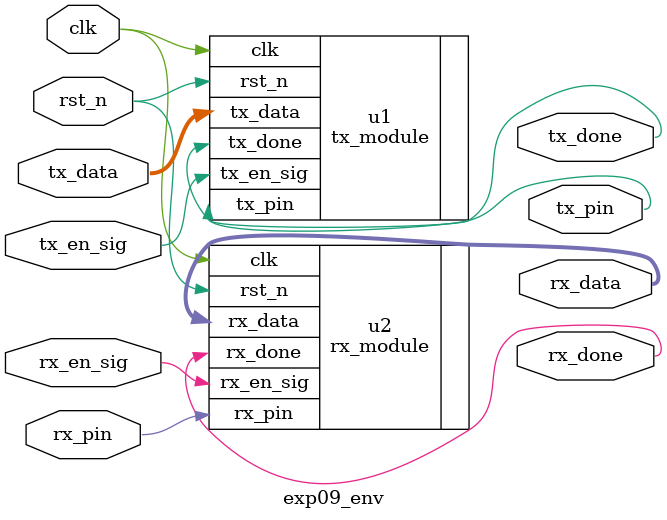
<source format=v>
module exp09_env
(
    input clk,
    input rst_n,
    
    input tx_en_sig,
    input [7:0] tx_data,
    output tx_done,
    
    input rx_en_sig,
    output rx_done,
    output [7:0] rx_data,

    output tx_pin,
    input rx_pin
);


    localparam BPS_50MHz_9600   = 13'd5208;
    localparam BPS_50MHz_115200 = 13'd434;
    localparam BPS_12MHz_9600   = 13'd1250;
    localparam BPS_12MHz_115200 = 13'd104;
    
    localparam BPS_20MHz_115200 = 13'd174;
    
    
    tx_module #(.BPS(BPS_12MHz_115200)) u1
    (
        .clk(clk),
        .rst_n(rst_n),
        .tx_en_sig(tx_en_sig),
        .tx_data(tx_data),
        .tx_done(tx_done),
        .tx_pin(tx_pin)
    );
    
    rx_module #(.BPS(BPS_12MHz_115200)) u2
    (
        .clk(clk),
        .rst_n(rst_n),
        .rx_pin(rx_pin),
        .rx_en_sig(rx_en_sig),
        .rx_done(rx_done),
        .rx_data(rx_data)
    );
    
    
endmodule


</source>
